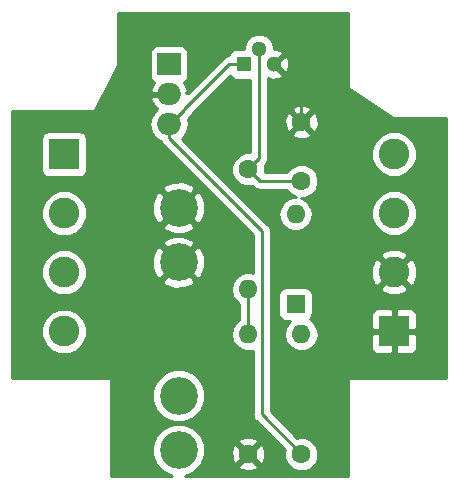
<source format=gbr>
G04 #@! TF.GenerationSoftware,KiCad,Pcbnew,5.0.2-bee76a0~70~ubuntu16.04.1*
G04 #@! TF.CreationDate,2022-01-22T20:55:08+01:00*
G04 #@! TF.ProjectId,Crowbar2,43726f77-6261-4723-922e-6b696361645f,rev?*
G04 #@! TF.SameCoordinates,Original*
G04 #@! TF.FileFunction,Copper,L2,Bot*
G04 #@! TF.FilePolarity,Positive*
%FSLAX46Y46*%
G04 Gerber Fmt 4.6, Leading zero omitted, Abs format (unit mm)*
G04 Created by KiCad (PCBNEW 5.0.2-bee76a0~70~ubuntu16.04.1) date lör 22 jan 2022 20:55:08*
%MOMM*%
%LPD*%
G01*
G04 APERTURE LIST*
G04 #@! TA.AperFunction,ComponentPad*
%ADD10C,3.200000*%
G04 #@! TD*
G04 #@! TA.AperFunction,ComponentPad*
%ADD11R,1.600000X1.600000*%
G04 #@! TD*
G04 #@! TA.AperFunction,ComponentPad*
%ADD12O,1.600000X1.600000*%
G04 #@! TD*
G04 #@! TA.AperFunction,ComponentPad*
%ADD13C,1.600000*%
G04 #@! TD*
G04 #@! TA.AperFunction,ComponentPad*
%ADD14R,2.000000X1.905000*%
G04 #@! TD*
G04 #@! TA.AperFunction,ComponentPad*
%ADD15O,2.000000X1.905000*%
G04 #@! TD*
G04 #@! TA.AperFunction,ComponentPad*
%ADD16C,1.300000*%
G04 #@! TD*
G04 #@! TA.AperFunction,ComponentPad*
%ADD17R,1.300000X1.300000*%
G04 #@! TD*
G04 #@! TA.AperFunction,ComponentPad*
%ADD18C,2.600000*%
G04 #@! TD*
G04 #@! TA.AperFunction,ComponentPad*
%ADD19R,2.600000X2.600000*%
G04 #@! TD*
G04 #@! TA.AperFunction,Conductor*
%ADD20C,0.250000*%
G04 #@! TD*
G04 #@! TA.AperFunction,Conductor*
%ADD21C,0.254000*%
G04 #@! TD*
G04 APERTURE END LIST*
D10*
G04 #@! TO.P,F1,2*
G04 #@! TO.N,Net-(F1-Pad2)*
X98600000Y-87270000D03*
X98600000Y-82670000D03*
G04 #@! TO.P,F1,1*
G04 #@! TO.N,Net-(C1-Pad1)*
X98600000Y-71370000D03*
X98600000Y-66770000D03*
G04 #@! TD*
D11*
G04 #@! TO.P,D1,1*
G04 #@! TO.N,Net-(D1-Pad1)*
X108500000Y-74930000D03*
D12*
G04 #@! TO.P,D1,2*
G04 #@! TO.N,Net-(D1-Pad2)*
X108500000Y-67310000D03*
G04 #@! TD*
D13*
G04 #@! TO.P,C1,1*
G04 #@! TO.N,Net-(C1-Pad1)*
X109000000Y-59500000D03*
G04 #@! TO.P,C1,2*
G04 #@! TO.N,Net-(C1-Pad2)*
X109000000Y-64500000D03*
G04 #@! TD*
D14*
G04 #@! TO.P,Q2,1*
G04 #@! TO.N,Net-(D1-Pad2)*
X97790000Y-54610000D03*
D15*
G04 #@! TO.P,Q2,2*
G04 #@! TO.N,Net-(C1-Pad1)*
X97790000Y-57150000D03*
G04 #@! TO.P,Q2,3*
G04 #@! TO.N,Net-(Q1-Pad1)*
X97790000Y-59690000D03*
G04 #@! TD*
D16*
G04 #@! TO.P,Q1,2*
G04 #@! TO.N,Net-(C1-Pad2)*
X105410000Y-53340000D03*
G04 #@! TO.P,Q1,3*
G04 #@! TO.N,Net-(C1-Pad1)*
X106680000Y-54610000D03*
D17*
G04 #@! TO.P,Q1,1*
G04 #@! TO.N,Net-(Q1-Pad1)*
X104140000Y-54610000D03*
G04 #@! TD*
D13*
G04 #@! TO.P,R3,1*
G04 #@! TO.N,Net-(Q1-Pad1)*
X109000000Y-87630000D03*
D12*
G04 #@! TO.P,R3,2*
G04 #@! TO.N,Net-(D1-Pad2)*
X109000000Y-77470000D03*
G04 #@! TD*
G04 #@! TO.P,R2,2*
G04 #@! TO.N,Net-(D1-Pad1)*
X104500000Y-73660000D03*
D13*
G04 #@! TO.P,R2,1*
G04 #@! TO.N,Net-(C1-Pad2)*
X104500000Y-63500000D03*
G04 #@! TD*
G04 #@! TO.P,R1,1*
G04 #@! TO.N,Net-(C1-Pad1)*
X104500000Y-87630000D03*
D12*
G04 #@! TO.P,R1,2*
G04 #@! TO.N,Net-(D1-Pad1)*
X104500000Y-77470000D03*
G04 #@! TD*
D18*
G04 #@! TO.P,J2,4*
G04 #@! TO.N,Net-(D1-Pad2)*
X116840000Y-62216000D03*
G04 #@! TO.P,J2,3*
X116840000Y-67216000D03*
G04 #@! TO.P,J2,2*
G04 #@! TO.N,Net-(C1-Pad1)*
X116840000Y-72216000D03*
D19*
G04 #@! TO.P,J2,1*
X116840000Y-77216000D03*
G04 #@! TD*
G04 #@! TO.P,J1,1*
G04 #@! TO.N,Net-(D1-Pad2)*
X88900000Y-62230000D03*
D18*
G04 #@! TO.P,J1,2*
X88900000Y-67230000D03*
G04 #@! TO.P,J1,3*
G04 #@! TO.N,Net-(F1-Pad2)*
X88900000Y-72230000D03*
G04 #@! TO.P,J1,4*
X88900000Y-77230000D03*
G04 #@! TD*
D20*
G04 #@! TO.N,Net-(C1-Pad1)*
X109000000Y-56930000D02*
X106680000Y-54610000D01*
X109000000Y-59500000D02*
X109000000Y-56930000D01*
G04 #@! TO.N,Net-(D1-Pad1)*
X104500000Y-76338630D02*
X104500000Y-73660000D01*
X104500000Y-77470000D02*
X104500000Y-76338630D01*
G04 #@! TO.N,Net-(C1-Pad2)*
X105410000Y-62590000D02*
X104500000Y-63500000D01*
X105410000Y-53340000D02*
X105410000Y-62590000D01*
X105500000Y-64500000D02*
X104500000Y-63500000D01*
X109000000Y-64500000D02*
X105500000Y-64500000D01*
G04 #@! TO.N,Net-(Q1-Pad1)*
X97837500Y-59690000D02*
X97790000Y-59690000D01*
X99040000Y-58487500D02*
X97837500Y-59690000D01*
X99040000Y-58440000D02*
X99040000Y-58487500D01*
X102870000Y-54610000D02*
X99040000Y-58440000D01*
X104140000Y-54610000D02*
X102870000Y-54610000D01*
X105625001Y-68727501D02*
X97790000Y-60892500D01*
X97790000Y-60892500D02*
X97790000Y-59690000D01*
X105625001Y-84255001D02*
X105625001Y-68727501D01*
X109000000Y-87630000D02*
X105625001Y-84255001D01*
G04 #@! TD*
D21*
G04 #@! TO.N,Net-(C1-Pad1)*
G36*
X112903000Y-56515000D02*
X112912667Y-56563601D01*
X112940197Y-56604803D01*
X112959553Y-56620670D01*
X116769553Y-59160670D01*
X116840000Y-59182000D01*
X121210000Y-59182000D01*
X121210001Y-81153000D01*
X113030000Y-81153000D01*
X112981399Y-81162667D01*
X112940197Y-81190197D01*
X112912667Y-81231399D01*
X112903000Y-81280000D01*
X112903000Y-89460000D01*
X99153208Y-89460000D01*
X99866026Y-89164741D01*
X100393022Y-88637745D01*
X103671861Y-88637745D01*
X103745995Y-88883864D01*
X104283223Y-89076965D01*
X104853454Y-89049778D01*
X105254005Y-88883864D01*
X105328139Y-88637745D01*
X104500000Y-87809605D01*
X103671861Y-88637745D01*
X100393022Y-88637745D01*
X100494741Y-88536026D01*
X100835000Y-87714569D01*
X100835000Y-87413223D01*
X103053035Y-87413223D01*
X103080222Y-87983454D01*
X103246136Y-88384005D01*
X103492255Y-88458139D01*
X104320395Y-87630000D01*
X104679605Y-87630000D01*
X105507745Y-88458139D01*
X105753864Y-88384005D01*
X105946965Y-87846777D01*
X105919778Y-87276546D01*
X105753864Y-86875995D01*
X105507745Y-86801861D01*
X104679605Y-87630000D01*
X104320395Y-87630000D01*
X103492255Y-86801861D01*
X103246136Y-86875995D01*
X103053035Y-87413223D01*
X100835000Y-87413223D01*
X100835000Y-86825431D01*
X100750842Y-86622255D01*
X103671861Y-86622255D01*
X104500000Y-87450395D01*
X105328139Y-86622255D01*
X105254005Y-86376136D01*
X104716777Y-86183035D01*
X104146546Y-86210222D01*
X103745995Y-86376136D01*
X103671861Y-86622255D01*
X100750842Y-86622255D01*
X100494741Y-86003974D01*
X99866026Y-85375259D01*
X99044569Y-85035000D01*
X98155431Y-85035000D01*
X97333974Y-85375259D01*
X96705259Y-86003974D01*
X96365000Y-86825431D01*
X96365000Y-87714569D01*
X96705259Y-88536026D01*
X97333974Y-89164741D01*
X98046792Y-89460000D01*
X92837000Y-89460000D01*
X92837000Y-82225431D01*
X96365000Y-82225431D01*
X96365000Y-83114569D01*
X96705259Y-83936026D01*
X97333974Y-84564741D01*
X98155431Y-84905000D01*
X99044569Y-84905000D01*
X99866026Y-84564741D01*
X100494741Y-83936026D01*
X100835000Y-83114569D01*
X100835000Y-82225431D01*
X100494741Y-81403974D01*
X99866026Y-80775259D01*
X99044569Y-80435000D01*
X98155431Y-80435000D01*
X97333974Y-80775259D01*
X96705259Y-81403974D01*
X96365000Y-82225431D01*
X92837000Y-82225431D01*
X92837000Y-81280000D01*
X92827333Y-81231399D01*
X92799803Y-81190197D01*
X92758601Y-81162667D01*
X92710000Y-81153000D01*
X84530000Y-81153000D01*
X84530000Y-76845105D01*
X86965000Y-76845105D01*
X86965000Y-77614895D01*
X87259586Y-78326090D01*
X87803910Y-78870414D01*
X88515105Y-79165000D01*
X89284895Y-79165000D01*
X89996090Y-78870414D01*
X90540414Y-78326090D01*
X90835000Y-77614895D01*
X90835000Y-76845105D01*
X90540414Y-76133910D01*
X89996090Y-75589586D01*
X89284895Y-75295000D01*
X88515105Y-75295000D01*
X87803910Y-75589586D01*
X87259586Y-76133910D01*
X86965000Y-76845105D01*
X84530000Y-76845105D01*
X84530000Y-71845105D01*
X86965000Y-71845105D01*
X86965000Y-72614895D01*
X87259586Y-73326090D01*
X87803910Y-73870414D01*
X88515105Y-74165000D01*
X89284895Y-74165000D01*
X89996090Y-73870414D01*
X90540414Y-73326090D01*
X90693626Y-72956202D01*
X97193403Y-72956202D01*
X97365390Y-73285360D01*
X98192346Y-73612026D01*
X99081363Y-73597365D01*
X99834610Y-73285360D01*
X100006597Y-72956202D01*
X98600000Y-71549605D01*
X97193403Y-72956202D01*
X90693626Y-72956202D01*
X90835000Y-72614895D01*
X90835000Y-71845105D01*
X90540414Y-71133910D01*
X90368850Y-70962346D01*
X96357974Y-70962346D01*
X96372635Y-71851363D01*
X96684640Y-72604610D01*
X97013798Y-72776597D01*
X98420395Y-71370000D01*
X98779605Y-71370000D01*
X100186202Y-72776597D01*
X100515360Y-72604610D01*
X100842026Y-71777654D01*
X100827365Y-70888637D01*
X100515360Y-70135390D01*
X100186202Y-69963403D01*
X98779605Y-71370000D01*
X98420395Y-71370000D01*
X97013798Y-69963403D01*
X96684640Y-70135390D01*
X96357974Y-70962346D01*
X90368850Y-70962346D01*
X89996090Y-70589586D01*
X89284895Y-70295000D01*
X88515105Y-70295000D01*
X87803910Y-70589586D01*
X87259586Y-71133910D01*
X86965000Y-71845105D01*
X84530000Y-71845105D01*
X84530000Y-69783798D01*
X97193403Y-69783798D01*
X98600000Y-71190395D01*
X100006597Y-69783798D01*
X99834610Y-69454640D01*
X99007654Y-69127974D01*
X98118637Y-69142635D01*
X97365390Y-69454640D01*
X97193403Y-69783798D01*
X84530000Y-69783798D01*
X84530000Y-66845105D01*
X86965000Y-66845105D01*
X86965000Y-67614895D01*
X87259586Y-68326090D01*
X87803910Y-68870414D01*
X88515105Y-69165000D01*
X89284895Y-69165000D01*
X89996090Y-68870414D01*
X90510302Y-68356202D01*
X97193403Y-68356202D01*
X97365390Y-68685360D01*
X98192346Y-69012026D01*
X99081363Y-68997365D01*
X99834610Y-68685360D01*
X100006597Y-68356202D01*
X98600000Y-66949605D01*
X97193403Y-68356202D01*
X90510302Y-68356202D01*
X90540414Y-68326090D01*
X90835000Y-67614895D01*
X90835000Y-66845105D01*
X90635036Y-66362346D01*
X96357974Y-66362346D01*
X96372635Y-67251363D01*
X96684640Y-68004610D01*
X97013798Y-68176597D01*
X98420395Y-66770000D01*
X98779605Y-66770000D01*
X100186202Y-68176597D01*
X100515360Y-68004610D01*
X100842026Y-67177654D01*
X100827365Y-66288637D01*
X100515360Y-65535390D01*
X100186202Y-65363403D01*
X98779605Y-66770000D01*
X98420395Y-66770000D01*
X97013798Y-65363403D01*
X96684640Y-65535390D01*
X96357974Y-66362346D01*
X90635036Y-66362346D01*
X90540414Y-66133910D01*
X89996090Y-65589586D01*
X89284895Y-65295000D01*
X88515105Y-65295000D01*
X87803910Y-65589586D01*
X87259586Y-66133910D01*
X86965000Y-66845105D01*
X84530000Y-66845105D01*
X84530000Y-65183798D01*
X97193403Y-65183798D01*
X98600000Y-66590395D01*
X100006597Y-65183798D01*
X99834610Y-64854640D01*
X99007654Y-64527974D01*
X98118637Y-64542635D01*
X97365390Y-64854640D01*
X97193403Y-65183798D01*
X84530000Y-65183798D01*
X84530000Y-60930000D01*
X86952560Y-60930000D01*
X86952560Y-63530000D01*
X87001843Y-63777765D01*
X87142191Y-63987809D01*
X87352235Y-64128157D01*
X87600000Y-64177440D01*
X90200000Y-64177440D01*
X90447765Y-64128157D01*
X90657809Y-63987809D01*
X90798157Y-63777765D01*
X90847440Y-63530000D01*
X90847440Y-60930000D01*
X90798157Y-60682235D01*
X90657809Y-60472191D01*
X90447765Y-60331843D01*
X90200000Y-60282560D01*
X87600000Y-60282560D01*
X87352235Y-60331843D01*
X87142191Y-60472191D01*
X87001843Y-60682235D01*
X86952560Y-60930000D01*
X84530000Y-60930000D01*
X84530000Y-59690000D01*
X96123900Y-59690000D01*
X96247109Y-60309411D01*
X96597977Y-60834523D01*
X97065750Y-61147078D01*
X97074096Y-61189036D01*
X97242071Y-61440429D01*
X97305530Y-61482831D01*
X104865002Y-69042304D01*
X104865002Y-72269491D01*
X104641333Y-72225000D01*
X104358667Y-72225000D01*
X103940091Y-72308260D01*
X103465423Y-72625423D01*
X103148260Y-73100091D01*
X103036887Y-73660000D01*
X103148260Y-74219909D01*
X103465423Y-74694577D01*
X103740001Y-74878044D01*
X103740000Y-76251956D01*
X103465423Y-76435423D01*
X103148260Y-76910091D01*
X103036887Y-77470000D01*
X103148260Y-78029909D01*
X103465423Y-78504577D01*
X103940091Y-78821740D01*
X104358667Y-78905000D01*
X104641333Y-78905000D01*
X104865001Y-78860510D01*
X104865001Y-84180154D01*
X104850113Y-84255001D01*
X104865001Y-84329848D01*
X104865001Y-84329852D01*
X104909097Y-84551537D01*
X105077072Y-84802930D01*
X105140531Y-84845332D01*
X107586896Y-87291699D01*
X107565000Y-87344561D01*
X107565000Y-87915439D01*
X107783466Y-88442862D01*
X108187138Y-88846534D01*
X108714561Y-89065000D01*
X109285439Y-89065000D01*
X109812862Y-88846534D01*
X110216534Y-88442862D01*
X110435000Y-87915439D01*
X110435000Y-87344561D01*
X110216534Y-86817138D01*
X109812862Y-86413466D01*
X109285439Y-86195000D01*
X108714561Y-86195000D01*
X108661699Y-86216896D01*
X106385001Y-83940200D01*
X106385001Y-74130000D01*
X107052560Y-74130000D01*
X107052560Y-75730000D01*
X107101843Y-75977765D01*
X107242191Y-76187809D01*
X107452235Y-76328157D01*
X107700000Y-76377440D01*
X108052201Y-76377440D01*
X107965423Y-76435423D01*
X107648260Y-76910091D01*
X107536887Y-77470000D01*
X107648260Y-78029909D01*
X107965423Y-78504577D01*
X108440091Y-78821740D01*
X108858667Y-78905000D01*
X109141333Y-78905000D01*
X109559909Y-78821740D01*
X110034577Y-78504577D01*
X110351740Y-78029909D01*
X110456797Y-77501750D01*
X114905000Y-77501750D01*
X114905000Y-78642309D01*
X115001673Y-78875698D01*
X115180301Y-79054327D01*
X115413690Y-79151000D01*
X116554250Y-79151000D01*
X116713000Y-78992250D01*
X116713000Y-77343000D01*
X116967000Y-77343000D01*
X116967000Y-78992250D01*
X117125750Y-79151000D01*
X118266310Y-79151000D01*
X118499699Y-79054327D01*
X118678327Y-78875698D01*
X118775000Y-78642309D01*
X118775000Y-77501750D01*
X118616250Y-77343000D01*
X116967000Y-77343000D01*
X116713000Y-77343000D01*
X115063750Y-77343000D01*
X114905000Y-77501750D01*
X110456797Y-77501750D01*
X110463113Y-77470000D01*
X110351740Y-76910091D01*
X110034577Y-76435423D01*
X109710903Y-76219151D01*
X109757809Y-76187809D01*
X109898157Y-75977765D01*
X109935566Y-75789691D01*
X114905000Y-75789691D01*
X114905000Y-76930250D01*
X115063750Y-77089000D01*
X116713000Y-77089000D01*
X116713000Y-75439750D01*
X116967000Y-75439750D01*
X116967000Y-77089000D01*
X118616250Y-77089000D01*
X118775000Y-76930250D01*
X118775000Y-75789691D01*
X118678327Y-75556302D01*
X118499699Y-75377673D01*
X118266310Y-75281000D01*
X117125750Y-75281000D01*
X116967000Y-75439750D01*
X116713000Y-75439750D01*
X116554250Y-75281000D01*
X115413690Y-75281000D01*
X115180301Y-75377673D01*
X115001673Y-75556302D01*
X114905000Y-75789691D01*
X109935566Y-75789691D01*
X109947440Y-75730000D01*
X109947440Y-74130000D01*
X109898157Y-73882235D01*
X109757809Y-73672191D01*
X109628007Y-73585459D01*
X115650146Y-73585459D01*
X115785504Y-73883455D01*
X116503880Y-74160066D01*
X117273427Y-74140710D01*
X117894496Y-73883455D01*
X118029854Y-73585459D01*
X116840000Y-72395605D01*
X115650146Y-73585459D01*
X109628007Y-73585459D01*
X109547765Y-73531843D01*
X109300000Y-73482560D01*
X107700000Y-73482560D01*
X107452235Y-73531843D01*
X107242191Y-73672191D01*
X107101843Y-73882235D01*
X107052560Y-74130000D01*
X106385001Y-74130000D01*
X106385001Y-71879880D01*
X114895934Y-71879880D01*
X114915290Y-72649427D01*
X115172545Y-73270496D01*
X115470541Y-73405854D01*
X116660395Y-72216000D01*
X117019605Y-72216000D01*
X118209459Y-73405854D01*
X118507455Y-73270496D01*
X118784066Y-72552120D01*
X118764710Y-71782573D01*
X118507455Y-71161504D01*
X118209459Y-71026146D01*
X117019605Y-72216000D01*
X116660395Y-72216000D01*
X115470541Y-71026146D01*
X115172545Y-71161504D01*
X114895934Y-71879880D01*
X106385001Y-71879880D01*
X106385001Y-70846541D01*
X115650146Y-70846541D01*
X116840000Y-72036395D01*
X118029854Y-70846541D01*
X117894496Y-70548545D01*
X117176120Y-70271934D01*
X116406573Y-70291290D01*
X115785504Y-70548545D01*
X115650146Y-70846541D01*
X106385001Y-70846541D01*
X106385001Y-68802349D01*
X106399889Y-68727501D01*
X106385001Y-68652653D01*
X106385001Y-68652649D01*
X106340905Y-68430964D01*
X106340905Y-68430963D01*
X106215330Y-68243028D01*
X106172930Y-68179572D01*
X106109474Y-68137172D01*
X98876999Y-60904698D01*
X98982023Y-60834523D01*
X99332891Y-60309411D01*
X99456100Y-59690000D01*
X99365878Y-59236424D01*
X99524473Y-59077829D01*
X99587929Y-59035429D01*
X99630329Y-58971973D01*
X99725982Y-58828819D01*
X102954005Y-55600797D01*
X103032191Y-55717809D01*
X103242235Y-55858157D01*
X103490000Y-55907440D01*
X104650000Y-55907440D01*
X104650001Y-62065000D01*
X104214561Y-62065000D01*
X103687138Y-62283466D01*
X103283466Y-62687138D01*
X103065000Y-63214561D01*
X103065000Y-63785439D01*
X103283466Y-64312862D01*
X103687138Y-64716534D01*
X104214561Y-64935000D01*
X104785439Y-64935000D01*
X104838302Y-64913104D01*
X104909671Y-64984473D01*
X104952071Y-65047929D01*
X105203463Y-65215904D01*
X105425148Y-65260000D01*
X105425152Y-65260000D01*
X105500000Y-65274888D01*
X105574848Y-65260000D01*
X107761570Y-65260000D01*
X107783466Y-65312862D01*
X108187138Y-65716534D01*
X108569708Y-65875000D01*
X108358667Y-65875000D01*
X107940091Y-65958260D01*
X107465423Y-66275423D01*
X107148260Y-66750091D01*
X107036887Y-67310000D01*
X107148260Y-67869909D01*
X107465423Y-68344577D01*
X107940091Y-68661740D01*
X108358667Y-68745000D01*
X108641333Y-68745000D01*
X109059909Y-68661740D01*
X109534577Y-68344577D01*
X109851740Y-67869909D01*
X109963113Y-67310000D01*
X109867855Y-66831105D01*
X114905000Y-66831105D01*
X114905000Y-67600895D01*
X115199586Y-68312090D01*
X115743910Y-68856414D01*
X116455105Y-69151000D01*
X117224895Y-69151000D01*
X117936090Y-68856414D01*
X118480414Y-68312090D01*
X118775000Y-67600895D01*
X118775000Y-66831105D01*
X118480414Y-66119910D01*
X117936090Y-65575586D01*
X117224895Y-65281000D01*
X116455105Y-65281000D01*
X115743910Y-65575586D01*
X115199586Y-66119910D01*
X114905000Y-66831105D01*
X109867855Y-66831105D01*
X109851740Y-66750091D01*
X109534577Y-66275423D01*
X109059909Y-65958260D01*
X108942973Y-65935000D01*
X109285439Y-65935000D01*
X109812862Y-65716534D01*
X110216534Y-65312862D01*
X110435000Y-64785439D01*
X110435000Y-64214561D01*
X110216534Y-63687138D01*
X109812862Y-63283466D01*
X109285439Y-63065000D01*
X108714561Y-63065000D01*
X108187138Y-63283466D01*
X107783466Y-63687138D01*
X107761570Y-63740000D01*
X105935000Y-63740000D01*
X105935000Y-63214561D01*
X105915109Y-63166540D01*
X105957929Y-63137929D01*
X106000327Y-63074476D01*
X106000329Y-63074474D01*
X106125903Y-62886538D01*
X106125904Y-62886537D01*
X106170000Y-62664852D01*
X106170000Y-62664848D01*
X106184888Y-62590001D01*
X106170000Y-62515154D01*
X106170000Y-61831105D01*
X114905000Y-61831105D01*
X114905000Y-62600895D01*
X115199586Y-63312090D01*
X115743910Y-63856414D01*
X116455105Y-64151000D01*
X117224895Y-64151000D01*
X117936090Y-63856414D01*
X118480414Y-63312090D01*
X118775000Y-62600895D01*
X118775000Y-61831105D01*
X118480414Y-61119910D01*
X117936090Y-60575586D01*
X117224895Y-60281000D01*
X116455105Y-60281000D01*
X115743910Y-60575586D01*
X115199586Y-61119910D01*
X114905000Y-61831105D01*
X106170000Y-61831105D01*
X106170000Y-60507745D01*
X108171861Y-60507745D01*
X108245995Y-60753864D01*
X108783223Y-60946965D01*
X109353454Y-60919778D01*
X109754005Y-60753864D01*
X109828139Y-60507745D01*
X109000000Y-59679605D01*
X108171861Y-60507745D01*
X106170000Y-60507745D01*
X106170000Y-59283223D01*
X107553035Y-59283223D01*
X107580222Y-59853454D01*
X107746136Y-60254005D01*
X107992255Y-60328139D01*
X108820395Y-59500000D01*
X109179605Y-59500000D01*
X110007745Y-60328139D01*
X110253864Y-60254005D01*
X110446965Y-59716777D01*
X110419778Y-59146546D01*
X110253864Y-58745995D01*
X110007745Y-58671861D01*
X109179605Y-59500000D01*
X108820395Y-59500000D01*
X107992255Y-58671861D01*
X107746136Y-58745995D01*
X107553035Y-59283223D01*
X106170000Y-59283223D01*
X106170000Y-58492255D01*
X108171861Y-58492255D01*
X109000000Y-59320395D01*
X109828139Y-58492255D01*
X109754005Y-58246136D01*
X109216777Y-58053035D01*
X108646546Y-58080222D01*
X108245995Y-58246136D01*
X108171861Y-58492255D01*
X106170000Y-58492255D01*
X106170000Y-55793107D01*
X106499078Y-55907622D01*
X107009428Y-55878083D01*
X107343729Y-55739611D01*
X107399410Y-55509016D01*
X106680000Y-54789605D01*
X106665858Y-54803748D01*
X106486253Y-54624143D01*
X106500395Y-54610000D01*
X106859605Y-54610000D01*
X107579016Y-55329410D01*
X107809611Y-55273729D01*
X107977622Y-54790922D01*
X107948083Y-54280572D01*
X107809611Y-53946271D01*
X107579016Y-53890590D01*
X106859605Y-54610000D01*
X106500395Y-54610000D01*
X106486253Y-54595858D01*
X106665858Y-54416253D01*
X106680000Y-54430395D01*
X107399410Y-53710984D01*
X107343729Y-53480389D01*
X106860922Y-53312378D01*
X106695000Y-53321982D01*
X106695000Y-53084398D01*
X106499371Y-52612106D01*
X106137894Y-52250629D01*
X105665602Y-52055000D01*
X105154398Y-52055000D01*
X104682106Y-52250629D01*
X104320629Y-52612106D01*
X104125000Y-53084398D01*
X104125000Y-53312560D01*
X103490000Y-53312560D01*
X103242235Y-53361843D01*
X103032191Y-53502191D01*
X102891843Y-53712235D01*
X102867294Y-53835650D01*
X102795153Y-53850000D01*
X102795148Y-53850000D01*
X102573463Y-53894096D01*
X102322071Y-54062071D01*
X102279671Y-54125527D01*
X99382201Y-57022998D01*
X99260595Y-57022998D01*
X99380563Y-56777020D01*
X99165973Y-56283076D01*
X99042857Y-56157255D01*
X99247809Y-56020309D01*
X99388157Y-55810265D01*
X99437440Y-55562500D01*
X99437440Y-53657500D01*
X99388157Y-53409735D01*
X99247809Y-53199691D01*
X99037765Y-53059343D01*
X98790000Y-53010060D01*
X96790000Y-53010060D01*
X96542235Y-53059343D01*
X96332191Y-53199691D01*
X96191843Y-53409735D01*
X96142560Y-53657500D01*
X96142560Y-55562500D01*
X96191843Y-55810265D01*
X96332191Y-56020309D01*
X96537143Y-56157255D01*
X96414027Y-56283076D01*
X96199437Y-56777020D01*
X96319406Y-57023000D01*
X97663000Y-57023000D01*
X97663000Y-57003000D01*
X97917000Y-57003000D01*
X97917000Y-57023000D01*
X97937000Y-57023000D01*
X97937000Y-57277000D01*
X97917000Y-57277000D01*
X97917000Y-57297000D01*
X97663000Y-57297000D01*
X97663000Y-57277000D01*
X96319406Y-57277000D01*
X96199437Y-57522980D01*
X96414027Y-58016924D01*
X96799474Y-58410841D01*
X96597977Y-58545477D01*
X96247109Y-59070589D01*
X96123900Y-59690000D01*
X84530000Y-59690000D01*
X84530000Y-58547000D01*
X91440000Y-58547000D01*
X91488601Y-58537333D01*
X91529803Y-58509803D01*
X91553592Y-58476796D01*
X93458592Y-54666796D01*
X93472000Y-54610000D01*
X93472000Y-50240000D01*
X112903000Y-50240000D01*
X112903000Y-56515000D01*
X112903000Y-56515000D01*
G37*
X112903000Y-56515000D02*
X112912667Y-56563601D01*
X112940197Y-56604803D01*
X112959553Y-56620670D01*
X116769553Y-59160670D01*
X116840000Y-59182000D01*
X121210000Y-59182000D01*
X121210001Y-81153000D01*
X113030000Y-81153000D01*
X112981399Y-81162667D01*
X112940197Y-81190197D01*
X112912667Y-81231399D01*
X112903000Y-81280000D01*
X112903000Y-89460000D01*
X99153208Y-89460000D01*
X99866026Y-89164741D01*
X100393022Y-88637745D01*
X103671861Y-88637745D01*
X103745995Y-88883864D01*
X104283223Y-89076965D01*
X104853454Y-89049778D01*
X105254005Y-88883864D01*
X105328139Y-88637745D01*
X104500000Y-87809605D01*
X103671861Y-88637745D01*
X100393022Y-88637745D01*
X100494741Y-88536026D01*
X100835000Y-87714569D01*
X100835000Y-87413223D01*
X103053035Y-87413223D01*
X103080222Y-87983454D01*
X103246136Y-88384005D01*
X103492255Y-88458139D01*
X104320395Y-87630000D01*
X104679605Y-87630000D01*
X105507745Y-88458139D01*
X105753864Y-88384005D01*
X105946965Y-87846777D01*
X105919778Y-87276546D01*
X105753864Y-86875995D01*
X105507745Y-86801861D01*
X104679605Y-87630000D01*
X104320395Y-87630000D01*
X103492255Y-86801861D01*
X103246136Y-86875995D01*
X103053035Y-87413223D01*
X100835000Y-87413223D01*
X100835000Y-86825431D01*
X100750842Y-86622255D01*
X103671861Y-86622255D01*
X104500000Y-87450395D01*
X105328139Y-86622255D01*
X105254005Y-86376136D01*
X104716777Y-86183035D01*
X104146546Y-86210222D01*
X103745995Y-86376136D01*
X103671861Y-86622255D01*
X100750842Y-86622255D01*
X100494741Y-86003974D01*
X99866026Y-85375259D01*
X99044569Y-85035000D01*
X98155431Y-85035000D01*
X97333974Y-85375259D01*
X96705259Y-86003974D01*
X96365000Y-86825431D01*
X96365000Y-87714569D01*
X96705259Y-88536026D01*
X97333974Y-89164741D01*
X98046792Y-89460000D01*
X92837000Y-89460000D01*
X92837000Y-82225431D01*
X96365000Y-82225431D01*
X96365000Y-83114569D01*
X96705259Y-83936026D01*
X97333974Y-84564741D01*
X98155431Y-84905000D01*
X99044569Y-84905000D01*
X99866026Y-84564741D01*
X100494741Y-83936026D01*
X100835000Y-83114569D01*
X100835000Y-82225431D01*
X100494741Y-81403974D01*
X99866026Y-80775259D01*
X99044569Y-80435000D01*
X98155431Y-80435000D01*
X97333974Y-80775259D01*
X96705259Y-81403974D01*
X96365000Y-82225431D01*
X92837000Y-82225431D01*
X92837000Y-81280000D01*
X92827333Y-81231399D01*
X92799803Y-81190197D01*
X92758601Y-81162667D01*
X92710000Y-81153000D01*
X84530000Y-81153000D01*
X84530000Y-76845105D01*
X86965000Y-76845105D01*
X86965000Y-77614895D01*
X87259586Y-78326090D01*
X87803910Y-78870414D01*
X88515105Y-79165000D01*
X89284895Y-79165000D01*
X89996090Y-78870414D01*
X90540414Y-78326090D01*
X90835000Y-77614895D01*
X90835000Y-76845105D01*
X90540414Y-76133910D01*
X89996090Y-75589586D01*
X89284895Y-75295000D01*
X88515105Y-75295000D01*
X87803910Y-75589586D01*
X87259586Y-76133910D01*
X86965000Y-76845105D01*
X84530000Y-76845105D01*
X84530000Y-71845105D01*
X86965000Y-71845105D01*
X86965000Y-72614895D01*
X87259586Y-73326090D01*
X87803910Y-73870414D01*
X88515105Y-74165000D01*
X89284895Y-74165000D01*
X89996090Y-73870414D01*
X90540414Y-73326090D01*
X90693626Y-72956202D01*
X97193403Y-72956202D01*
X97365390Y-73285360D01*
X98192346Y-73612026D01*
X99081363Y-73597365D01*
X99834610Y-73285360D01*
X100006597Y-72956202D01*
X98600000Y-71549605D01*
X97193403Y-72956202D01*
X90693626Y-72956202D01*
X90835000Y-72614895D01*
X90835000Y-71845105D01*
X90540414Y-71133910D01*
X90368850Y-70962346D01*
X96357974Y-70962346D01*
X96372635Y-71851363D01*
X96684640Y-72604610D01*
X97013798Y-72776597D01*
X98420395Y-71370000D01*
X98779605Y-71370000D01*
X100186202Y-72776597D01*
X100515360Y-72604610D01*
X100842026Y-71777654D01*
X100827365Y-70888637D01*
X100515360Y-70135390D01*
X100186202Y-69963403D01*
X98779605Y-71370000D01*
X98420395Y-71370000D01*
X97013798Y-69963403D01*
X96684640Y-70135390D01*
X96357974Y-70962346D01*
X90368850Y-70962346D01*
X89996090Y-70589586D01*
X89284895Y-70295000D01*
X88515105Y-70295000D01*
X87803910Y-70589586D01*
X87259586Y-71133910D01*
X86965000Y-71845105D01*
X84530000Y-71845105D01*
X84530000Y-69783798D01*
X97193403Y-69783798D01*
X98600000Y-71190395D01*
X100006597Y-69783798D01*
X99834610Y-69454640D01*
X99007654Y-69127974D01*
X98118637Y-69142635D01*
X97365390Y-69454640D01*
X97193403Y-69783798D01*
X84530000Y-69783798D01*
X84530000Y-66845105D01*
X86965000Y-66845105D01*
X86965000Y-67614895D01*
X87259586Y-68326090D01*
X87803910Y-68870414D01*
X88515105Y-69165000D01*
X89284895Y-69165000D01*
X89996090Y-68870414D01*
X90510302Y-68356202D01*
X97193403Y-68356202D01*
X97365390Y-68685360D01*
X98192346Y-69012026D01*
X99081363Y-68997365D01*
X99834610Y-68685360D01*
X100006597Y-68356202D01*
X98600000Y-66949605D01*
X97193403Y-68356202D01*
X90510302Y-68356202D01*
X90540414Y-68326090D01*
X90835000Y-67614895D01*
X90835000Y-66845105D01*
X90635036Y-66362346D01*
X96357974Y-66362346D01*
X96372635Y-67251363D01*
X96684640Y-68004610D01*
X97013798Y-68176597D01*
X98420395Y-66770000D01*
X98779605Y-66770000D01*
X100186202Y-68176597D01*
X100515360Y-68004610D01*
X100842026Y-67177654D01*
X100827365Y-66288637D01*
X100515360Y-65535390D01*
X100186202Y-65363403D01*
X98779605Y-66770000D01*
X98420395Y-66770000D01*
X97013798Y-65363403D01*
X96684640Y-65535390D01*
X96357974Y-66362346D01*
X90635036Y-66362346D01*
X90540414Y-66133910D01*
X89996090Y-65589586D01*
X89284895Y-65295000D01*
X88515105Y-65295000D01*
X87803910Y-65589586D01*
X87259586Y-66133910D01*
X86965000Y-66845105D01*
X84530000Y-66845105D01*
X84530000Y-65183798D01*
X97193403Y-65183798D01*
X98600000Y-66590395D01*
X100006597Y-65183798D01*
X99834610Y-64854640D01*
X99007654Y-64527974D01*
X98118637Y-64542635D01*
X97365390Y-64854640D01*
X97193403Y-65183798D01*
X84530000Y-65183798D01*
X84530000Y-60930000D01*
X86952560Y-60930000D01*
X86952560Y-63530000D01*
X87001843Y-63777765D01*
X87142191Y-63987809D01*
X87352235Y-64128157D01*
X87600000Y-64177440D01*
X90200000Y-64177440D01*
X90447765Y-64128157D01*
X90657809Y-63987809D01*
X90798157Y-63777765D01*
X90847440Y-63530000D01*
X90847440Y-60930000D01*
X90798157Y-60682235D01*
X90657809Y-60472191D01*
X90447765Y-60331843D01*
X90200000Y-60282560D01*
X87600000Y-60282560D01*
X87352235Y-60331843D01*
X87142191Y-60472191D01*
X87001843Y-60682235D01*
X86952560Y-60930000D01*
X84530000Y-60930000D01*
X84530000Y-59690000D01*
X96123900Y-59690000D01*
X96247109Y-60309411D01*
X96597977Y-60834523D01*
X97065750Y-61147078D01*
X97074096Y-61189036D01*
X97242071Y-61440429D01*
X97305530Y-61482831D01*
X104865002Y-69042304D01*
X104865002Y-72269491D01*
X104641333Y-72225000D01*
X104358667Y-72225000D01*
X103940091Y-72308260D01*
X103465423Y-72625423D01*
X103148260Y-73100091D01*
X103036887Y-73660000D01*
X103148260Y-74219909D01*
X103465423Y-74694577D01*
X103740001Y-74878044D01*
X103740000Y-76251956D01*
X103465423Y-76435423D01*
X103148260Y-76910091D01*
X103036887Y-77470000D01*
X103148260Y-78029909D01*
X103465423Y-78504577D01*
X103940091Y-78821740D01*
X104358667Y-78905000D01*
X104641333Y-78905000D01*
X104865001Y-78860510D01*
X104865001Y-84180154D01*
X104850113Y-84255001D01*
X104865001Y-84329848D01*
X104865001Y-84329852D01*
X104909097Y-84551537D01*
X105077072Y-84802930D01*
X105140531Y-84845332D01*
X107586896Y-87291699D01*
X107565000Y-87344561D01*
X107565000Y-87915439D01*
X107783466Y-88442862D01*
X108187138Y-88846534D01*
X108714561Y-89065000D01*
X109285439Y-89065000D01*
X109812862Y-88846534D01*
X110216534Y-88442862D01*
X110435000Y-87915439D01*
X110435000Y-87344561D01*
X110216534Y-86817138D01*
X109812862Y-86413466D01*
X109285439Y-86195000D01*
X108714561Y-86195000D01*
X108661699Y-86216896D01*
X106385001Y-83940200D01*
X106385001Y-74130000D01*
X107052560Y-74130000D01*
X107052560Y-75730000D01*
X107101843Y-75977765D01*
X107242191Y-76187809D01*
X107452235Y-76328157D01*
X107700000Y-76377440D01*
X108052201Y-76377440D01*
X107965423Y-76435423D01*
X107648260Y-76910091D01*
X107536887Y-77470000D01*
X107648260Y-78029909D01*
X107965423Y-78504577D01*
X108440091Y-78821740D01*
X108858667Y-78905000D01*
X109141333Y-78905000D01*
X109559909Y-78821740D01*
X110034577Y-78504577D01*
X110351740Y-78029909D01*
X110456797Y-77501750D01*
X114905000Y-77501750D01*
X114905000Y-78642309D01*
X115001673Y-78875698D01*
X115180301Y-79054327D01*
X115413690Y-79151000D01*
X116554250Y-79151000D01*
X116713000Y-78992250D01*
X116713000Y-77343000D01*
X116967000Y-77343000D01*
X116967000Y-78992250D01*
X117125750Y-79151000D01*
X118266310Y-79151000D01*
X118499699Y-79054327D01*
X118678327Y-78875698D01*
X118775000Y-78642309D01*
X118775000Y-77501750D01*
X118616250Y-77343000D01*
X116967000Y-77343000D01*
X116713000Y-77343000D01*
X115063750Y-77343000D01*
X114905000Y-77501750D01*
X110456797Y-77501750D01*
X110463113Y-77470000D01*
X110351740Y-76910091D01*
X110034577Y-76435423D01*
X109710903Y-76219151D01*
X109757809Y-76187809D01*
X109898157Y-75977765D01*
X109935566Y-75789691D01*
X114905000Y-75789691D01*
X114905000Y-76930250D01*
X115063750Y-77089000D01*
X116713000Y-77089000D01*
X116713000Y-75439750D01*
X116967000Y-75439750D01*
X116967000Y-77089000D01*
X118616250Y-77089000D01*
X118775000Y-76930250D01*
X118775000Y-75789691D01*
X118678327Y-75556302D01*
X118499699Y-75377673D01*
X118266310Y-75281000D01*
X117125750Y-75281000D01*
X116967000Y-75439750D01*
X116713000Y-75439750D01*
X116554250Y-75281000D01*
X115413690Y-75281000D01*
X115180301Y-75377673D01*
X115001673Y-75556302D01*
X114905000Y-75789691D01*
X109935566Y-75789691D01*
X109947440Y-75730000D01*
X109947440Y-74130000D01*
X109898157Y-73882235D01*
X109757809Y-73672191D01*
X109628007Y-73585459D01*
X115650146Y-73585459D01*
X115785504Y-73883455D01*
X116503880Y-74160066D01*
X117273427Y-74140710D01*
X117894496Y-73883455D01*
X118029854Y-73585459D01*
X116840000Y-72395605D01*
X115650146Y-73585459D01*
X109628007Y-73585459D01*
X109547765Y-73531843D01*
X109300000Y-73482560D01*
X107700000Y-73482560D01*
X107452235Y-73531843D01*
X107242191Y-73672191D01*
X107101843Y-73882235D01*
X107052560Y-74130000D01*
X106385001Y-74130000D01*
X106385001Y-71879880D01*
X114895934Y-71879880D01*
X114915290Y-72649427D01*
X115172545Y-73270496D01*
X115470541Y-73405854D01*
X116660395Y-72216000D01*
X117019605Y-72216000D01*
X118209459Y-73405854D01*
X118507455Y-73270496D01*
X118784066Y-72552120D01*
X118764710Y-71782573D01*
X118507455Y-71161504D01*
X118209459Y-71026146D01*
X117019605Y-72216000D01*
X116660395Y-72216000D01*
X115470541Y-71026146D01*
X115172545Y-71161504D01*
X114895934Y-71879880D01*
X106385001Y-71879880D01*
X106385001Y-70846541D01*
X115650146Y-70846541D01*
X116840000Y-72036395D01*
X118029854Y-70846541D01*
X117894496Y-70548545D01*
X117176120Y-70271934D01*
X116406573Y-70291290D01*
X115785504Y-70548545D01*
X115650146Y-70846541D01*
X106385001Y-70846541D01*
X106385001Y-68802349D01*
X106399889Y-68727501D01*
X106385001Y-68652653D01*
X106385001Y-68652649D01*
X106340905Y-68430964D01*
X106340905Y-68430963D01*
X106215330Y-68243028D01*
X106172930Y-68179572D01*
X106109474Y-68137172D01*
X98876999Y-60904698D01*
X98982023Y-60834523D01*
X99332891Y-60309411D01*
X99456100Y-59690000D01*
X99365878Y-59236424D01*
X99524473Y-59077829D01*
X99587929Y-59035429D01*
X99630329Y-58971973D01*
X99725982Y-58828819D01*
X102954005Y-55600797D01*
X103032191Y-55717809D01*
X103242235Y-55858157D01*
X103490000Y-55907440D01*
X104650000Y-55907440D01*
X104650001Y-62065000D01*
X104214561Y-62065000D01*
X103687138Y-62283466D01*
X103283466Y-62687138D01*
X103065000Y-63214561D01*
X103065000Y-63785439D01*
X103283466Y-64312862D01*
X103687138Y-64716534D01*
X104214561Y-64935000D01*
X104785439Y-64935000D01*
X104838302Y-64913104D01*
X104909671Y-64984473D01*
X104952071Y-65047929D01*
X105203463Y-65215904D01*
X105425148Y-65260000D01*
X105425152Y-65260000D01*
X105500000Y-65274888D01*
X105574848Y-65260000D01*
X107761570Y-65260000D01*
X107783466Y-65312862D01*
X108187138Y-65716534D01*
X108569708Y-65875000D01*
X108358667Y-65875000D01*
X107940091Y-65958260D01*
X107465423Y-66275423D01*
X107148260Y-66750091D01*
X107036887Y-67310000D01*
X107148260Y-67869909D01*
X107465423Y-68344577D01*
X107940091Y-68661740D01*
X108358667Y-68745000D01*
X108641333Y-68745000D01*
X109059909Y-68661740D01*
X109534577Y-68344577D01*
X109851740Y-67869909D01*
X109963113Y-67310000D01*
X109867855Y-66831105D01*
X114905000Y-66831105D01*
X114905000Y-67600895D01*
X115199586Y-68312090D01*
X115743910Y-68856414D01*
X116455105Y-69151000D01*
X117224895Y-69151000D01*
X117936090Y-68856414D01*
X118480414Y-68312090D01*
X118775000Y-67600895D01*
X118775000Y-66831105D01*
X118480414Y-66119910D01*
X117936090Y-65575586D01*
X117224895Y-65281000D01*
X116455105Y-65281000D01*
X115743910Y-65575586D01*
X115199586Y-66119910D01*
X114905000Y-66831105D01*
X109867855Y-66831105D01*
X109851740Y-66750091D01*
X109534577Y-66275423D01*
X109059909Y-65958260D01*
X108942973Y-65935000D01*
X109285439Y-65935000D01*
X109812862Y-65716534D01*
X110216534Y-65312862D01*
X110435000Y-64785439D01*
X110435000Y-64214561D01*
X110216534Y-63687138D01*
X109812862Y-63283466D01*
X109285439Y-63065000D01*
X108714561Y-63065000D01*
X108187138Y-63283466D01*
X107783466Y-63687138D01*
X107761570Y-63740000D01*
X105935000Y-63740000D01*
X105935000Y-63214561D01*
X105915109Y-63166540D01*
X105957929Y-63137929D01*
X106000327Y-63074476D01*
X106000329Y-63074474D01*
X106125903Y-62886538D01*
X106125904Y-62886537D01*
X106170000Y-62664852D01*
X106170000Y-62664848D01*
X106184888Y-62590001D01*
X106170000Y-62515154D01*
X106170000Y-61831105D01*
X114905000Y-61831105D01*
X114905000Y-62600895D01*
X115199586Y-63312090D01*
X115743910Y-63856414D01*
X116455105Y-64151000D01*
X117224895Y-64151000D01*
X117936090Y-63856414D01*
X118480414Y-63312090D01*
X118775000Y-62600895D01*
X118775000Y-61831105D01*
X118480414Y-61119910D01*
X117936090Y-60575586D01*
X117224895Y-60281000D01*
X116455105Y-60281000D01*
X115743910Y-60575586D01*
X115199586Y-61119910D01*
X114905000Y-61831105D01*
X106170000Y-61831105D01*
X106170000Y-60507745D01*
X108171861Y-60507745D01*
X108245995Y-60753864D01*
X108783223Y-60946965D01*
X109353454Y-60919778D01*
X109754005Y-60753864D01*
X109828139Y-60507745D01*
X109000000Y-59679605D01*
X108171861Y-60507745D01*
X106170000Y-60507745D01*
X106170000Y-59283223D01*
X107553035Y-59283223D01*
X107580222Y-59853454D01*
X107746136Y-60254005D01*
X107992255Y-60328139D01*
X108820395Y-59500000D01*
X109179605Y-59500000D01*
X110007745Y-60328139D01*
X110253864Y-60254005D01*
X110446965Y-59716777D01*
X110419778Y-59146546D01*
X110253864Y-58745995D01*
X110007745Y-58671861D01*
X109179605Y-59500000D01*
X108820395Y-59500000D01*
X107992255Y-58671861D01*
X107746136Y-58745995D01*
X107553035Y-59283223D01*
X106170000Y-59283223D01*
X106170000Y-58492255D01*
X108171861Y-58492255D01*
X109000000Y-59320395D01*
X109828139Y-58492255D01*
X109754005Y-58246136D01*
X109216777Y-58053035D01*
X108646546Y-58080222D01*
X108245995Y-58246136D01*
X108171861Y-58492255D01*
X106170000Y-58492255D01*
X106170000Y-55793107D01*
X106499078Y-55907622D01*
X107009428Y-55878083D01*
X107343729Y-55739611D01*
X107399410Y-55509016D01*
X106680000Y-54789605D01*
X106665858Y-54803748D01*
X106486253Y-54624143D01*
X106500395Y-54610000D01*
X106859605Y-54610000D01*
X107579016Y-55329410D01*
X107809611Y-55273729D01*
X107977622Y-54790922D01*
X107948083Y-54280572D01*
X107809611Y-53946271D01*
X107579016Y-53890590D01*
X106859605Y-54610000D01*
X106500395Y-54610000D01*
X106486253Y-54595858D01*
X106665858Y-54416253D01*
X106680000Y-54430395D01*
X107399410Y-53710984D01*
X107343729Y-53480389D01*
X106860922Y-53312378D01*
X106695000Y-53321982D01*
X106695000Y-53084398D01*
X106499371Y-52612106D01*
X106137894Y-52250629D01*
X105665602Y-52055000D01*
X105154398Y-52055000D01*
X104682106Y-52250629D01*
X104320629Y-52612106D01*
X104125000Y-53084398D01*
X104125000Y-53312560D01*
X103490000Y-53312560D01*
X103242235Y-53361843D01*
X103032191Y-53502191D01*
X102891843Y-53712235D01*
X102867294Y-53835650D01*
X102795153Y-53850000D01*
X102795148Y-53850000D01*
X102573463Y-53894096D01*
X102322071Y-54062071D01*
X102279671Y-54125527D01*
X99382201Y-57022998D01*
X99260595Y-57022998D01*
X99380563Y-56777020D01*
X99165973Y-56283076D01*
X99042857Y-56157255D01*
X99247809Y-56020309D01*
X99388157Y-55810265D01*
X99437440Y-55562500D01*
X99437440Y-53657500D01*
X99388157Y-53409735D01*
X99247809Y-53199691D01*
X99037765Y-53059343D01*
X98790000Y-53010060D01*
X96790000Y-53010060D01*
X96542235Y-53059343D01*
X96332191Y-53199691D01*
X96191843Y-53409735D01*
X96142560Y-53657500D01*
X96142560Y-55562500D01*
X96191843Y-55810265D01*
X96332191Y-56020309D01*
X96537143Y-56157255D01*
X96414027Y-56283076D01*
X96199437Y-56777020D01*
X96319406Y-57023000D01*
X97663000Y-57023000D01*
X97663000Y-57003000D01*
X97917000Y-57003000D01*
X97917000Y-57023000D01*
X97937000Y-57023000D01*
X97937000Y-57277000D01*
X97917000Y-57277000D01*
X97917000Y-57297000D01*
X97663000Y-57297000D01*
X97663000Y-57277000D01*
X96319406Y-57277000D01*
X96199437Y-57522980D01*
X96414027Y-58016924D01*
X96799474Y-58410841D01*
X96597977Y-58545477D01*
X96247109Y-59070589D01*
X96123900Y-59690000D01*
X84530000Y-59690000D01*
X84530000Y-58547000D01*
X91440000Y-58547000D01*
X91488601Y-58537333D01*
X91529803Y-58509803D01*
X91553592Y-58476796D01*
X93458592Y-54666796D01*
X93472000Y-54610000D01*
X93472000Y-50240000D01*
X112903000Y-50240000D01*
X112903000Y-56515000D01*
G04 #@! TD*
M02*

</source>
